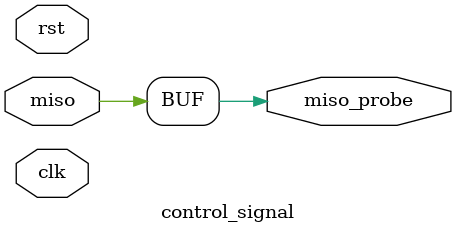
<source format=v>

module control_signal (rst,clk,miso,miso_probe
);

input miso;
input clk;
input rst;

output reg miso_probe;  
// inout io_data; //port declaration of bidirectional data line
 
// assign miso = Tx_En ? Tx_Data : 1'bZ;
// assign miso_probe = miso;

always @*
miso_probe <= miso;

endmodule


</source>
